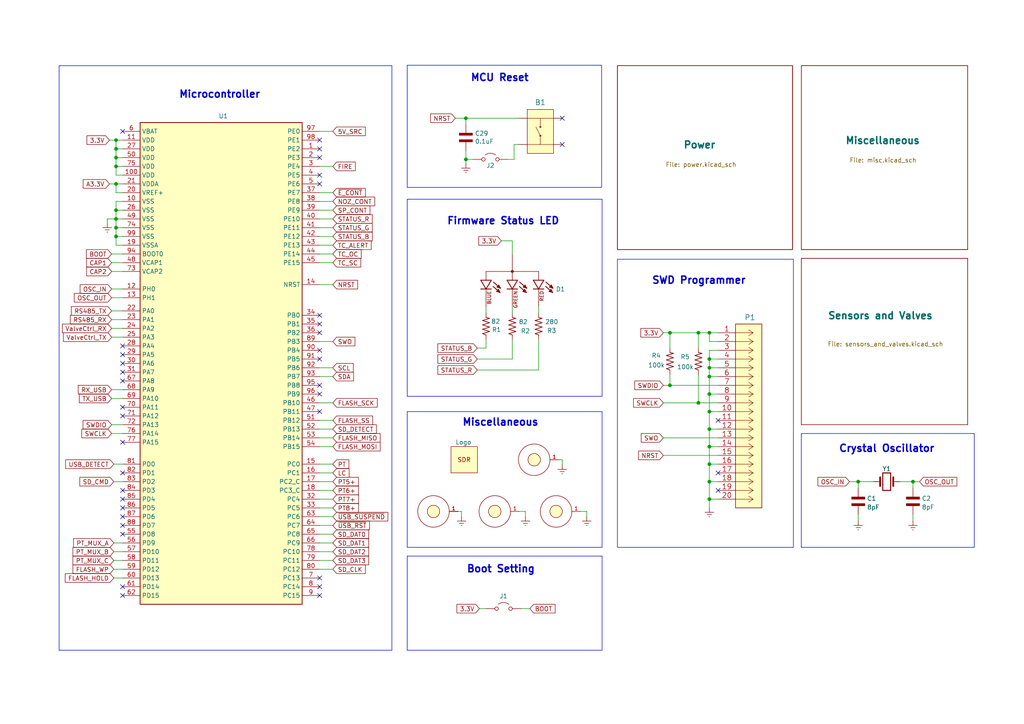
<source format=kicad_sch>
(kicad_sch (version 20230121) (generator eeschema)
  (paper "A4")
  (lib_symbols
    (symbol "CAP_0603_1" (pin_numbers hide) (pin_names (offset 1.016) hide)
      (property "Reference" "C" (at -1.27 3.81 0))
      (property "Value" "CAP_0603_1" (at -3.81 -3.81 0))
      (symbol "CAP_0603_1_0_0"
        (pin passive line (at 3.81 0 180) (length 2.54) (name "~") (number "1"))
        (pin passive line (at -3.81 0 0) (length 2.54) (name "~") (number "2"))
      )
    )
    (symbol "Earth_1" (power) (pin_names (offset 0))
      (symbol "Earth_1_1_1"
        (pin power_in line (at 0 0 270) (length 0) hide (name "Earth") (number "1"))
      )
    )
    (symbol "Earth_2" (power) (pin_names (offset 0))
      (symbol "Earth_2_1_1"
        (pin power_in line (at 0 0 270) (length 0) hide (name "Earth") (number "1"))
      )
    )
    (symbol "Earth_3" (power) (pin_names (offset 0))
      (symbol "Earth_3_1_1"
        (pin power_in line (at 0 0 270) (length 0) hide (name "Earth") (number "1"))
      )
    )
    (symbol "Earth_4" (power) (pin_names (offset 0))
      (symbol "Earth_4_1_1"
        (pin power_in line (at 0 0 270) (length 0) hide (name "Earth") (number "1"))
      )
    )
    (symbol "Engine-Controller:3220-20-0200-00" (pin_names (offset 0.254) hide)
      (property "Reference" "P" (at 8.89 6.35 0))
      (symbol "3220-20-0200-00_1_1"
        (pin passive line (at 0 0 0) (length 5.08) (name "1") (number "1"))
        (pin passive line (at 0 -22.86 0) (length 5.08) (name "10") (number "10"))
        (pin passive line (at 0 -25.4 0) (length 5.08) (name "11") (number "11"))
        (pin passive line (at 0 -27.94 0) (length 5.08) (name "12") (number "12"))
        (pin passive line (at 0 -30.48 0) (length 5.08) (name "13") (number "13"))
        (pin passive line (at 0 -33.02 0) (length 5.08) (name "14") (number "14"))
        (pin passive line (at 0 -35.56 0) (length 5.08) (name "15") (number "15"))
        (pin passive line (at 0 -38.1 0) (length 5.08) (name "16") (number "16"))
        (pin passive line (at 0 -40.64 0) (length 5.08) (name "17") (number "17"))
        (pin passive line (at 0 -43.18 0) (length 5.08) (name "18") (number "18"))
        (pin passive line (at 0 -45.72 0) (length 5.08) (name "19") (number "19"))
        (pin passive line (at 0 -2.54 0) (length 5.08) (name "2") (number "2"))
        (pin passive line (at 0 -48.26 0) (length 5.08) (name "20") (number "20"))
        (pin passive line (at 0 -5.08 0) (length 5.08) (name "3") (number "3"))
        (pin passive line (at 0 -7.62 0) (length 5.08) (name "4") (number "4"))
        (pin passive line (at 0 -10.16 0) (length 5.08) (name "5") (number "5"))
        (pin passive line (at 0 -12.7 0) (length 5.08) (name "6") (number "6"))
        (pin passive line (at 0 -15.24 0) (length 5.08) (name "7") (number "7"))
        (pin passive line (at 0 -17.78 0) (length 5.08) (name "8") (number "8"))
        (pin passive line (at 0 -20.32 0) (length 5.08) (name "9") (number "9"))
      )
    )
    (symbol "Engine-Controller:CAP_0603" (pin_numbers hide) (pin_names (offset 1.016) hide)
      (property "Reference" "C" (at -1.27 3.81 0))
      (property "Value" "Engine-Controller_CAP_0603" (at -3.81 -3.81 0))
      (symbol "CAP_0603_0_0"
        (pin passive line (at 3.81 0 180) (length 2.54) (name "~") (number "1"))
        (pin passive line (at -3.81 0 0) (length 2.54) (name "~") (number "2"))
      )
    )
    (symbol "Engine-Controller:CLMVC-FKA-CL1D1L71BB7C3C3" (pin_numbers hide) (pin_names (offset 1.016) hide)
      (property "Reference" "D" (at 13.97 -1.27 0))
      (symbol "CLMVC-FKA-CL1D1L71BB7C3C3_0_0"
        (text "BLUE" (at 3.048 -6.096 0) (effects (font (size 1.016 1.016)) (justify left bottom)))
        (text "GREEN" (at 3.048 1.524 0) (effects (font (size 1.016 1.016)) (justify left bottom)))
        (text "RED" (at 3.048 9.144 0) (effects (font (size 1.016 1.016)) (justify left bottom)))
        (pin passive line (at -7.62 0 0) (length 5.08) (name "~") (number "1"))
        (pin passive line (at 7.62 -7.62 180) (length 5.08) (name "~") (number "2"))
        (pin passive line (at 7.62 0 180) (length 5.08) (name "~") (number "3"))
        (pin passive line (at 7.62 7.62 180) (length 5.08) (name "~") (number "4"))
      )
    )
    (symbol "Engine-Controller:ECS-240-18-33-JGN-TR" (pin_numbers hide) (pin_names (offset 1.016) hide)
      (property "Reference" "Y" (at 0 3.81 0))
      (symbol "ECS-240-18-33-JGN-TR_1_1"
        (pin passive line (at -3.81 0 0) (length 1.27) (name "1") (number "1"))
        (pin passive line (at 3.81 0 180) (length 1.27) (name "3") (number "3"))
      )
    )
    (symbol "Engine-Controller:Earth" (power) (pin_names (offset 0))
      (symbol "Earth_1_1"
        (pin power_in line (at 0 0 270) (length 0) hide (name "Earth") (number "1"))
      )
    )
    (symbol "Engine-Controller:Jumper_NO" (pin_numbers hide) (pin_names (offset 0) hide)
      (property "Reference" "J" (at 0 2.794 0))
      (symbol "Jumper_NO_1_1"
        (pin passive line (at -5.08 0 0) (length 2.54) (name "A") (number "1"))
        (pin passive line (at 5.08 0 180) (length 2.54) (name "B") (number "2"))
      )
    )
    (symbol "Engine-Controller:Logo" (pin_names (offset 1.016))
      (property "Reference" "LOGO" (at 0 5.08 0))
      (property "Value" "Engine-Controller_Logo" (at 0 -5.08 0))
      (symbol "Logo_0_0"
        (text "SDR" (at 0 0 0) (effects (font (size 1.27 1.27))))
      )
    )
    (symbol "Engine-Controller:PTS647SM38SMTR2LFS" (pin_numbers hide) (pin_names (offset 0.254) hide)
      (property "Reference" "B" (at -1.27 8.89 0))
      (symbol "PTS647SM38SMTR2LFS_1_1"
        (pin passive line (at -6.35 -3.81 0) (length 2.54) (name "1") (number "1"))
        (pin passive line (at 6.35 3.81 180) (length 2.54) (name "2") (number "2"))
        (pin passive line (at -6.35 3.81 0) (length 2.54) (name "3") (number "3"))
        (pin passive line (at 6.35 -3.81 180) (length 2.54) (name "4") (number "4"))
      )
    )
    (symbol "Engine-Controller:RES_0603" (pin_numbers hide) (pin_names (offset 1.016) hide)
      (property "Reference" "R" (at -1.27 1.27 0))
      (property "Value" "RES_0603" (at -3.81 -2.54 0))
      (symbol "RES_0603_0_0"
        (pin passive line (at -3.81 0 0) (length 1.27) (name "~") (number "1"))
        (pin passive line (at 3.81 0 180) (length 1.27) (name "~") (number "2"))
      )
    )
    (symbol "Engine-Controller:STM32H750VBTx"
      (property "Reference" "U" (at -3.81 78.74 0))
      (property "Value" "STM32H750VBTx" (at -8.89 76.2 0))
      (symbol "STM32H750VBTx_1_1"
        (pin bidirectional line (at 27.94 66.04 180) (length 5.08) (name "PE2") (number "1"))
        (pin power_in line (at -29.21 50.8 0) (length 5.08) (name "VSS") (number "10"))
        (pin power_in line (at -29.21 58.42 0) (length 5.08) (name "VDD") (number "100"))
        (pin power_in line (at -29.21 68.58 0) (length 5.08) (name "VDD") (number "11"))
        (pin input line (at -29.21 25.4 0) (length 5.08) (name "PH0") (number "12"))
        (pin input line (at -29.21 22.86 0) (length 5.08) (name "PH1") (number "13"))
        (pin input line (at 27.94 26.67 180) (length 5.08) (name "NRST") (number "14"))
        (pin bidirectional line (at 27.94 -25.4 180) (length 5.08) (name "PC0") (number "15"))
        (pin bidirectional line (at 27.94 -27.94 180) (length 5.08) (name "PC1") (number "16"))
        (pin bidirectional line (at 27.94 -30.48 180) (length 5.08) (name "PC2_C") (number "17"))
        (pin bidirectional line (at 27.94 -33.02 180) (length 5.08) (name "PC3_C") (number "18"))
        (pin power_in line (at -29.21 38.1 0) (length 5.08) (name "VSSA") (number "19"))
        (pin bidirectional line (at 27.94 63.5 180) (length 5.08) (name "PE3") (number "2"))
        (pin power_in line (at -29.21 53.34 0) (length 5.08) (name "VREF+") (number "20"))
        (pin power_in line (at -29.21 55.88 0) (length 5.08) (name "VDDA") (number "21"))
        (pin bidirectional line (at -29.21 19.05 0) (length 5.08) (name "PA0") (number "22"))
        (pin bidirectional line (at -29.21 16.51 0) (length 5.08) (name "PA1") (number "23"))
        (pin bidirectional line (at -29.21 13.97 0) (length 5.08) (name "PA2") (number "24"))
        (pin bidirectional line (at -29.21 11.43 0) (length 5.08) (name "PA3") (number "25"))
        (pin power_in line (at -29.21 48.26 0) (length 5.08) (name "VSS") (number "26"))
        (pin power_in line (at -29.21 66.04 0) (length 5.08) (name "VDD") (number "27"))
        (pin bidirectional line (at -29.21 8.89 0) (length 5.08) (name "PA4") (number "28"))
        (pin bidirectional line (at -29.21 6.35 0) (length 5.08) (name "PA5") (number "29"))
        (pin bidirectional line (at 27.94 60.96 180) (length 5.08) (name "PE4") (number "3"))
        (pin bidirectional line (at -29.21 3.81 0) (length 5.08) (name "PA6") (number "30"))
        (pin bidirectional line (at -29.21 1.27 0) (length 5.08) (name "PA7") (number "31"))
        (pin bidirectional line (at 27.94 -35.56 180) (length 5.08) (name "PC4") (number "32"))
        (pin bidirectional line (at 27.94 -38.1 180) (length 5.08) (name "PC5") (number "33"))
        (pin bidirectional line (at 27.94 17.78 180) (length 5.08) (name "PB0") (number "34"))
        (pin bidirectional line (at 27.94 15.24 180) (length 5.08) (name "PB1") (number "35"))
        (pin bidirectional line (at 27.94 12.7 180) (length 5.08) (name "PB2") (number "36"))
        (pin bidirectional line (at 27.94 53.34 180) (length 5.08) (name "PE7") (number "37"))
        (pin bidirectional line (at 27.94 50.8 180) (length 5.08) (name "PE8") (number "38"))
        (pin bidirectional line (at 27.94 48.26 180) (length 5.08) (name "PE9") (number "39"))
        (pin bidirectional line (at 27.94 58.42 180) (length 5.08) (name "PE5") (number "4"))
        (pin bidirectional line (at 27.94 45.72 180) (length 5.08) (name "PE10") (number "40"))
        (pin bidirectional line (at 27.94 43.18 180) (length 5.08) (name "PE11") (number "41"))
        (pin bidirectional line (at 27.94 40.64 180) (length 5.08) (name "PE12") (number "42"))
        (pin bidirectional line (at 27.94 38.1 180) (length 5.08) (name "PE13") (number "43"))
        (pin bidirectional line (at 27.94 35.56 180) (length 5.08) (name "PE14") (number "44"))
        (pin bidirectional line (at 27.94 33.02 180) (length 5.08) (name "PE15") (number "45"))
        (pin bidirectional line (at 27.94 -7.62 180) (length 5.08) (name "PB10") (number "46"))
        (pin bidirectional line (at 27.94 -10.16 180) (length 5.08) (name "PB11") (number "47"))
        (pin passive line (at -29.21 33.02 0) (length 5.08) (name "VCAP1") (number "48"))
        (pin power_in line (at -29.21 45.72 0) (length 5.08) (name "VSS") (number "49"))
        (pin bidirectional line (at 27.94 55.88 180) (length 5.08) (name "PE6") (number "5"))
        (pin power_in line (at -29.21 63.5 0) (length 5.08) (name "VDD") (number "50"))
        (pin bidirectional line (at 27.94 -12.7 180) (length 5.08) (name "PB12") (number "51"))
        (pin bidirectional line (at 27.94 -15.24 180) (length 5.08) (name "PB13") (number "52"))
        (pin bidirectional line (at 27.94 -17.78 180) (length 5.08) (name "PB14") (number "53"))
        (pin bidirectional line (at 27.94 -20.32 180) (length 5.08) (name "PB15") (number "54"))
        (pin bidirectional line (at -29.21 -45.72 0) (length 5.08) (name "PD8") (number "55"))
        (pin bidirectional line (at -29.21 -48.26 0) (length 5.08) (name "PD9") (number "56"))
        (pin bidirectional line (at -29.21 -50.8 0) (length 5.08) (name "PD10") (number "57"))
        (pin bidirectional line (at -29.21 -53.34 0) (length 5.08) (name "PD11") (number "58"))
        (pin bidirectional line (at -29.21 -55.88 0) (length 5.08) (name "PD12") (number "59"))
        (pin power_in line (at -29.21 71.12 0) (length 5.08) (name "VBAT") (number "6"))
        (pin bidirectional line (at -29.21 -58.42 0) (length 5.08) (name "PD13") (number "60"))
        (pin bidirectional line (at -29.21 -60.96 0) (length 5.08) (name "PD14") (number "61"))
        (pin bidirectional line (at -29.21 -63.5 0) (length 5.08) (name "PD15") (number "62"))
        (pin bidirectional line (at 27.94 -40.64 180) (length 5.08) (name "PC6") (number "63"))
        (pin bidirectional line (at 27.94 -43.18 180) (length 5.08) (name "PC7") (number "64"))
        (pin bidirectional line (at 27.94 -45.72 180) (length 5.08) (name "PC8") (number "65"))
        (pin bidirectional line (at 27.94 -48.26 180) (length 5.08) (name "PC9") (number "66"))
        (pin bidirectional line (at -29.21 -1.27 0) (length 5.08) (name "PA8") (number "67"))
        (pin bidirectional line (at -29.21 -3.81 0) (length 5.08) (name "PA9") (number "68"))
        (pin bidirectional line (at -29.21 -6.35 0) (length 5.08) (name "PA10") (number "69"))
        (pin bidirectional line (at 27.94 -58.42 180) (length 5.08) (name "PC13") (number "7"))
        (pin bidirectional line (at -29.21 -8.89 0) (length 5.08) (name "PA11") (number "70"))
        (pin bidirectional line (at -29.21 -11.43 0) (length 5.08) (name "PA12") (number "71"))
        (pin bidirectional line (at -29.21 -13.97 0) (length 5.08) (name "PA13") (number "72"))
        (pin passive line (at -29.21 30.48 0) (length 5.08) (name "VCAP2") (number "73"))
        (pin power_in line (at -29.21 43.18 0) (length 5.08) (name "VSS") (number "74"))
        (pin power_in line (at -29.21 60.96 0) (length 5.08) (name "VDD") (number "75"))
        (pin bidirectional line (at -29.21 -16.51 0) (length 5.08) (name "PA14") (number "76"))
        (pin bidirectional line (at -29.21 -19.05 0) (length 5.08) (name "PA15") (number "77"))
        (pin bidirectional line (at 27.94 -50.8 180) (length 5.08) (name "PC10") (number "78"))
        (pin bidirectional line (at 27.94 -53.34 180) (length 5.08) (name "PC11") (number "79"))
        (pin bidirectional line (at 27.94 -60.96 180) (length 5.08) (name "PC14") (number "8"))
        (pin bidirectional line (at 27.94 -55.88 180) (length 5.08) (name "PC12") (number "80"))
        (pin bidirectional line (at -29.21 -25.4 0) (length 5.08) (name "PD0") (number "81"))
        (pin bidirectional line (at -29.21 -27.94 0) (length 5.08) (name "PD1") (number "82"))
        (pin bidirectional line (at -29.21 -30.48 0) (length 5.08) (name "PD2") (number "83"))
        (pin bidirectional line (at -29.21 -33.02 0) (length 5.08) (name "PD3") (number "84"))
        (pin bidirectional line (at -29.21 -35.56 0) (length 5.08) (name "PD4") (number "85"))
        (pin bidirectional line (at -29.21 -38.1 0) (length 5.08) (name "PD5") (number "86"))
        (pin bidirectional line (at -29.21 -40.64 0) (length 5.08) (name "PD6") (number "87"))
        (pin bidirectional line (at -29.21 -43.18 0) (length 5.08) (name "PD7") (number "88"))
        (pin bidirectional line (at 27.94 10.16 180) (length 5.08) (name "PB3") (number "89"))
        (pin bidirectional line (at 27.94 -63.5 180) (length 5.08) (name "PC15") (number "9"))
        (pin bidirectional line (at 27.94 7.62 180) (length 5.08) (name "PB4") (number "90"))
        (pin bidirectional line (at 27.94 5.08 180) (length 5.08) (name "PB5") (number "91"))
        (pin bidirectional line (at 27.94 2.54 180) (length 5.08) (name "PB6") (number "92"))
        (pin bidirectional line (at 27.94 0 180) (length 5.08) (name "PB7") (number "93"))
        (pin input line (at -29.21 35.56 0) (length 5.08) (name "BOOT0") (number "94"))
        (pin bidirectional line (at 27.94 -2.54 180) (length 5.08) (name "PB8") (number "95"))
        (pin bidirectional line (at 27.94 -5.08 180) (length 5.08) (name "PB9") (number "96"))
        (pin bidirectional line (at 27.94 71.12 180) (length 5.08) (name "PE0") (number "97"))
        (pin bidirectional line (at 27.94 68.58 180) (length 5.08) (name "PE1") (number "98"))
        (pin power_in line (at -29.21 40.64 0) (length 5.08) (name "VSS") (number "99"))
      )
    )
    (symbol "Full-Flight-Computer:Earth" (power) (pin_names (offset 0))
      (symbol "Earth_1_1"
        (pin power_in line (at 0 0 270) (length 0) hide (name "Earth") (number "1"))
      )
    )
    (symbol "Full-Flight-Computer:Mounting-Hole-4-40" (pin_names (offset 1.016))
      (symbol "Mounting-Hole-4-40_1_1"
        (pin input line (at 7.112 0 180) (length 2.54) (name "") (number "1"))
      )
    )
    (symbol "RES_0603_1" (pin_numbers hide) (pin_names (offset 1.016) hide)
      (property "Reference" "R" (at -1.27 1.27 0))
      (property "Value" "RES_0603_1" (at -3.81 -2.54 0))
      (symbol "RES_0603_1_0_0"
        (pin passive line (at -3.81 0 0) (length 1.27) (name "~") (number "1"))
        (pin passive line (at 3.81 0 180) (length 1.27) (name "~") (number "2"))
      )
    )
  )
  (junction (at 205.74 109.22))
  (junction (at 205.74 119.38))
  (junction (at 202.565 96.52))
  (junction (at 202.565 116.84))
  (junction (at 33.655 48.26))
  (junction (at 194.31 96.52))
  (junction (at 135.128 34.29))
  (junction (at 33.655 63.5))
  (junction (at 264.795 139.7))
  (junction (at 205.74 139.7))
  (junction (at 33.655 43.18))
  (junction (at 33.655 68.58))
  (junction (at 33.655 66.04))
  (junction (at 205.74 124.46))
  (junction (at 33.655 45.72))
  (junction (at 205.74 104.14))
  (junction (at 205.74 144.78))
  (junction (at 33.655 40.64))
  (junction (at 194.31 111.76))
  (junction (at 205.74 114.3))
  (junction (at 205.74 106.68))
  (junction (at 205.74 129.54))
  (junction (at 33.655 60.96))
  (junction (at 205.74 96.52))
  (junction (at 248.92 139.7))
  (junction (at 135.128 46.228))
  (junction (at 33.655 53.34))
  (junction (at 205.74 134.62))
  (no_connect (at 35.56 128.27))
  (no_connect (at 92.71 93.98))
  (no_connect (at 35.56 38.1))
  (no_connect (at 92.71 104.14))
  (no_connect (at 92.71 40.64))
  (no_connect (at 35.56 100.33))
  (no_connect (at 92.71 172.72))
  (no_connect (at 35.56 152.4))
  (no_connect (at 92.71 96.52))
  (no_connect (at 92.71 111.76))
  (no_connect (at 35.56 172.72))
  (no_connect (at 35.56 149.86))
  (no_connect (at 35.56 120.65))
  (no_connect (at 92.71 119.38))
  (no_connect (at 35.56 110.49))
  (no_connect (at 35.56 137.16))
  (no_connect (at 92.71 50.8))
  (no_connect (at 35.56 147.32))
  (no_connect (at 208.28 137.16))
  (no_connect (at 35.56 107.95))
  (no_connect (at 92.71 43.18))
  (no_connect (at 35.56 118.11))
  (no_connect (at 92.71 170.18))
  (no_connect (at 35.56 105.41))
  (no_connect (at 92.71 167.64))
  (no_connect (at 208.28 142.24))
  (no_connect (at 92.71 101.6))
  (no_connect (at 92.71 45.72))
  (no_connect (at 92.71 53.34))
  (no_connect (at 35.56 154.94))
  (no_connect (at 92.71 114.3))
  (no_connect (at 163.068 34.29))
  (no_connect (at 35.56 102.87))
  (no_connect (at 35.56 170.18))
  (no_connect (at 208.28 121.92))
  (no_connect (at 35.56 144.78))
  (no_connect (at 35.56 142.24))
  (no_connect (at 92.71 91.44))
  (no_connect (at 163.068 41.91))
  (wire (pts (xy 92.71 165.1) (xy 96.52 165.1)))
  (wire (pts (xy 92.71 137.16) (xy 96.52 137.16)))
  (wire (pts (xy 208.28 101.6) (xy 205.74 101.6)))
  (wire (pts (xy 253.365 139.7) (xy 248.92 139.7)))
  (wire (pts (xy 205.74 119.38) (xy 208.28 119.38)))
  (wire (pts (xy 140.97 100.965) (xy 140.97 98.425)))
  (wire (pts (xy 151.13 176.53) (xy 153.67 176.53)))
  (wire (pts (xy 205.74 99.06) (xy 205.74 96.52)))
  (wire (pts (xy 194.31 111.76) (xy 208.28 111.76)))
  (polyline (pts (xy 118.11 161.29) (xy 118.11 188.595)))
  (wire (pts (xy 33.655 48.26) (xy 33.655 50.8)))
  (wire (pts (xy 205.74 109.22) (xy 205.74 106.68)))
  (wire (pts (xy 205.74 147.32) (xy 205.74 144.78)))
  (wire (pts (xy 92.71 149.86) (xy 96.52 149.86)))
  (wire (pts (xy 248.92 139.7) (xy 248.92 141.605)))
  (wire (pts (xy 32.385 86.36) (xy 35.56 86.36)))
  (polyline (pts (xy 174.625 188.595) (xy 118.11 188.595)))
  (wire (pts (xy 92.71 162.56) (xy 96.52 162.56)))
  (wire (pts (xy 92.71 121.92) (xy 96.52 121.92)))
  (wire (pts (xy 33.655 60.96) (xy 33.655 63.5)))
  (wire (pts (xy 149.098 41.91) (xy 149.098 46.228)))
  (wire (pts (xy 92.71 76.2) (xy 96.52 76.2)))
  (wire (pts (xy 92.71 127) (xy 96.52 127)))
  (wire (pts (xy 92.71 157.48) (xy 96.52 157.48)))
  (polyline (pts (xy 118.11 158.75) (xy 118.11 119.38)))
  (wire (pts (xy 33.655 63.5) (xy 33.655 66.04)))
  (wire (pts (xy 205.74 134.62) (xy 205.74 129.54)))
  (polyline (pts (xy 17.145 19.05) (xy 17.145 188.595)))
  (wire (pts (xy 33.655 71.12) (xy 35.56 71.12)))
  (wire (pts (xy 205.74 114.3) (xy 205.74 109.22)))
  (wire (pts (xy 208.28 132.08) (xy 192.405 132.08)))
  (wire (pts (xy 32.385 113.03) (xy 35.56 113.03)))
  (wire (pts (xy 33.655 53.34) (xy 35.56 53.34)))
  (wire (pts (xy 194.31 96.52) (xy 202.565 96.52)))
  (wire (pts (xy 194.31 111.76) (xy 192.405 111.76)))
  (wire (pts (xy 92.71 60.96) (xy 96.52 60.96)))
  (wire (pts (xy 92.71 99.06) (xy 96.52 99.06)))
  (wire (pts (xy 202.565 116.84) (xy 192.405 116.84)))
  (wire (pts (xy 135.128 34.29) (xy 150.368 34.29)))
  (wire (pts (xy 33.655 45.72) (xy 33.655 48.26)))
  (wire (pts (xy 33.655 43.18) (xy 35.56 43.18)))
  (wire (pts (xy 32.385 115.57) (xy 35.56 115.57)))
  (wire (pts (xy 33.655 66.04) (xy 35.56 66.04)))
  (wire (pts (xy 149.098 46.228) (xy 147.32 46.228)))
  (wire (pts (xy 92.71 152.4) (xy 96.52 152.4)))
  (wire (pts (xy 33.655 48.26) (xy 35.56 48.26)))
  (wire (pts (xy 138.43 100.965) (xy 140.97 100.965)))
  (wire (pts (xy 32.385 73.66) (xy 35.56 73.66)))
  (wire (pts (xy 163.068 133.35) (xy 163.068 134.874)))
  (wire (pts (xy 33.02 165.1) (xy 35.56 165.1)))
  (polyline (pts (xy 118.11 57.785) (xy 118.745 57.785)))
  (wire (pts (xy 92.71 82.55) (xy 96.52 82.55)))
  (wire (pts (xy 33.02 167.64) (xy 35.56 167.64)))
  (wire (pts (xy 33.655 63.5) (xy 35.56 63.5)))
  (wire (pts (xy 92.71 139.7) (xy 96.52 139.7)))
  (wire (pts (xy 205.74 124.46) (xy 205.74 119.38)))
  (wire (pts (xy 148.59 69.85) (xy 148.59 73.66)))
  (wire (pts (xy 92.71 142.24) (xy 96.52 142.24)))
  (wire (pts (xy 194.31 108.585) (xy 194.31 111.76)))
  (wire (pts (xy 135.128 43.688) (xy 135.128 46.228)))
  (wire (pts (xy 205.74 96.52) (xy 208.28 96.52)))
  (wire (pts (xy 92.71 71.12) (xy 96.52 71.12)))
  (wire (pts (xy 132.842 148.336) (xy 133.858 148.336)))
  (wire (pts (xy 32.385 125.73) (xy 35.56 125.73)))
  (wire (pts (xy 92.71 154.94) (xy 96.52 154.94)))
  (wire (pts (xy 92.71 144.78) (xy 96.52 144.78)))
  (wire (pts (xy 33.655 53.34) (xy 33.655 55.88)))
  (wire (pts (xy 140.97 90.805) (xy 140.97 88.9)))
  (wire (pts (xy 264.795 139.7) (xy 264.795 141.605)))
  (wire (pts (xy 202.565 108.585) (xy 202.565 116.84)))
  (wire (pts (xy 33.655 68.58) (xy 33.655 71.12)))
  (wire (pts (xy 32.385 97.79) (xy 35.56 97.79)))
  (wire (pts (xy 152.4 148.336) (xy 152.4 149.86)))
  (wire (pts (xy 132.08 34.29) (xy 135.128 34.29)))
  (wire (pts (xy 33.655 55.88) (xy 35.56 55.88)))
  (wire (pts (xy 264.795 149.225) (xy 264.795 151.13)))
  (wire (pts (xy 205.74 109.22) (xy 208.28 109.22)))
  (wire (pts (xy 92.71 124.46) (xy 96.52 124.46)))
  (wire (pts (xy 192.405 96.52) (xy 194.31 96.52)))
  (wire (pts (xy 140.97 176.53) (xy 139.065 176.53)))
  (polyline (pts (xy 17.145 19.05) (xy 113.665 19.05)))
  (wire (pts (xy 33.655 60.96) (xy 35.56 60.96)))
  (wire (pts (xy 135.128 46.228) (xy 137.16 46.228)))
  (wire (pts (xy 202.565 96.52) (xy 202.565 100.965)))
  (wire (pts (xy 33.655 40.64) (xy 33.655 43.18)))
  (wire (pts (xy 32.385 83.82) (xy 35.56 83.82)))
  (wire (pts (xy 135.128 46.228) (xy 135.128 47.498)))
  (wire (pts (xy 205.74 106.68) (xy 208.28 106.68)))
  (wire (pts (xy 150.368 41.91) (xy 149.098 41.91)))
  (wire (pts (xy 33.655 43.18) (xy 33.655 45.72)))
  (wire (pts (xy 170.18 148.336) (xy 170.18 149.86)))
  (polyline (pts (xy 118.11 161.29) (xy 174.625 161.29)))
  (wire (pts (xy 260.985 139.7) (xy 264.795 139.7)))
  (wire (pts (xy 92.71 38.1) (xy 96.52 38.1)))
  (polyline (pts (xy 118.11 57.785) (xy 174.625 57.785)))
  (wire (pts (xy 205.74 101.6) (xy 205.74 104.14)))
  (wire (pts (xy 33.02 134.62) (xy 35.56 134.62)))
  (wire (pts (xy 32.385 92.71) (xy 35.56 92.71)))
  (wire (pts (xy 92.71 160.02) (xy 96.52 160.02)))
  (wire (pts (xy 208.28 104.14) (xy 205.74 104.14)))
  (wire (pts (xy 92.71 134.62) (xy 96.52 134.62)))
  (wire (pts (xy 138.43 104.14) (xy 148.59 104.14)))
  (wire (pts (xy 205.74 134.62) (xy 208.28 134.62)))
  (wire (pts (xy 92.71 109.22) (xy 96.52 109.22)))
  (wire (pts (xy 92.71 147.32) (xy 96.52 147.32)))
  (wire (pts (xy 31.115 63.5) (xy 31.115 64.77)))
  (wire (pts (xy 162.052 133.35) (xy 163.068 133.35)))
  (polyline (pts (xy 282.575 125.73) (xy 282.575 158.75)))
  (wire (pts (xy 33.655 58.42) (xy 33.655 60.96)))
  (polyline (pts (xy 113.665 19.05) (xy 113.665 188.595)))
  (wire (pts (xy 92.71 63.5) (xy 96.52 63.5)))
  (wire (pts (xy 205.74 104.14) (xy 205.74 106.68)))
  (wire (pts (xy 32.385 123.19) (xy 35.56 123.19)))
  (wire (pts (xy 35.56 58.42) (xy 33.655 58.42)))
  (wire (pts (xy 33.655 50.8) (xy 35.56 50.8)))
  (wire (pts (xy 92.71 55.88) (xy 96.52 55.88)))
  (wire (pts (xy 92.71 66.04) (xy 96.52 66.04)))
  (wire (pts (xy 92.71 73.66) (xy 96.52 73.66)))
  (wire (pts (xy 208.28 116.84) (xy 202.565 116.84)))
  (wire (pts (xy 264.795 139.7) (xy 266.7 139.7)))
  (polyline (pts (xy 232.41 125.73) (xy 232.41 158.75)))
  (wire (pts (xy 33.655 68.58) (xy 35.56 68.58)))
  (wire (pts (xy 32.385 76.2) (xy 35.56 76.2)))
  (wire (pts (xy 92.71 68.58) (xy 96.52 68.58)))
  (polyline (pts (xy 174.625 57.785) (xy 174.625 114.935)))
  (wire (pts (xy 92.71 58.42) (xy 96.52 58.42)))
  (wire (pts (xy 205.74 139.7) (xy 205.74 134.62)))
  (wire (pts (xy 208.28 99.06) (xy 205.74 99.06)))
  (wire (pts (xy 248.92 149.225) (xy 248.92 151.13)))
  (polyline (pts (xy 174.625 158.75) (xy 118.11 158.75)))
  (wire (pts (xy 33.02 162.56) (xy 35.56 162.56)))
  (wire (pts (xy 92.71 116.84) (xy 96.52 116.84)))
  (wire (pts (xy 31.75 53.34) (xy 33.655 53.34)))
  (wire (pts (xy 205.74 129.54) (xy 208.28 129.54)))
  (wire (pts (xy 33.655 40.64) (xy 35.56 40.64)))
  (polyline (pts (xy 113.665 188.595) (xy 17.145 188.595)))
  (wire (pts (xy 246.38 139.7) (xy 248.92 139.7)))
  (polyline (pts (xy 282.575 158.75) (xy 232.41 158.75)))
  (wire (pts (xy 133.858 148.336) (xy 133.858 149.86)))
  (wire (pts (xy 208.28 127) (xy 192.405 127)))
  (wire (pts (xy 138.43 107.315) (xy 156.21 107.315)))
  (wire (pts (xy 205.74 114.3) (xy 208.28 114.3)))
  (polyline (pts (xy 118.11 114.935) (xy 118.11 57.785)))
  (wire (pts (xy 145.415 69.85) (xy 148.59 69.85)))
  (wire (pts (xy 148.59 90.805) (xy 148.59 88.9)))
  (wire (pts (xy 33.655 66.04) (xy 33.655 68.58)))
  (wire (pts (xy 33.02 157.48) (xy 35.56 157.48)))
  (wire (pts (xy 205.74 144.78) (xy 205.74 139.7)))
  (wire (pts (xy 205.74 119.38) (xy 205.74 114.3)))
  (wire (pts (xy 156.21 107.315) (xy 156.21 98.425)))
  (wire (pts (xy 33.02 160.02) (xy 35.56 160.02)))
  (wire (pts (xy 148.59 104.14) (xy 148.59 98.425)))
  (wire (pts (xy 194.31 96.52) (xy 194.31 100.965)))
  (wire (pts (xy 33.655 45.72) (xy 35.56 45.72)))
  (wire (pts (xy 33.02 139.7) (xy 35.56 139.7)))
  (wire (pts (xy 92.71 129.54) (xy 96.52 129.54)))
  (wire (pts (xy 31.75 40.64) (xy 33.655 40.64)))
  (polyline (pts (xy 118.11 119.38) (xy 174.625 119.38)))
  (wire (pts (xy 32.385 95.25) (xy 35.56 95.25)))
  (polyline (pts (xy 174.625 119.38) (xy 174.625 158.75)))
  (wire (pts (xy 32.385 90.17) (xy 35.56 90.17)))
  (wire (pts (xy 205.74 139.7) (xy 208.28 139.7)))
  (wire (pts (xy 156.21 90.805) (xy 156.21 88.9)))
  (wire (pts (xy 205.74 129.54) (xy 205.74 124.46)))
  (wire (pts (xy 168.402 148.336) (xy 170.18 148.336)))
  (wire (pts (xy 205.74 124.46) (xy 208.28 124.46)))
  (wire (pts (xy 33.655 63.5) (xy 31.115 63.5)))
  (polyline (pts (xy 174.625 114.935) (xy 118.11 114.935)))
  (wire (pts (xy 92.71 48.26) (xy 96.52 48.26)))
  (wire (pts (xy 32.385 78.74) (xy 35.56 78.74)))
  (polyline (pts (xy 174.625 161.29) (xy 174.625 188.595)))
  (wire (pts (xy 205.74 144.78) (xy 208.28 144.78)))
  (wire (pts (xy 150.622 148.336) (xy 152.4 148.336)))
  (polyline (pts (xy 232.41 125.73) (xy 282.575 125.73)))
  (wire (pts (xy 92.71 106.68) (xy 96.52 106.68)))
  (wire (pts (xy 202.565 96.52) (xy 205.74 96.52)))
  (wire (pts (xy 135.128 36.068) (xy 135.128 34.29)))
  (rectangle (start 179.07 75.184) (end 230.124 158.75))
  (rectangle (start 118.11 18.923) (end 174.498 54.356))
  (text "SWD Programmer\n" (at 188.976 82.677 0) (effects (font (size 2.08 2.08) (thickness 0.416) bold) (justify left bottom)))
  (text "Boot Setting" (at 135.255 166.37 0) (effects (font (size 2.08 2.08) bold) (justify left bottom)))
  (text "Firmware Status LED" (at 129.54 65.405 0) (effects (font (size 2.06 2.06) (thickness 0.412) bold) (justify left bottom)))
  (text "MCU Reset" (at 136.398 23.876 0) (effects (font (size 2.06 2.06) bold) (justify left bottom)))
  (text "Microcontroller" (at 51.816 28.702 0) (effects (font (size 2.06 2.06) (thickness 0.412) bold) (justify left bottom)))
  (text "Miscellaneous" (at 133.985 123.825 0) (effects (font (size 2.08 2.08) (thickness 0.416) bold) (justify left bottom)))
  (text "Crystal Oscillator" (at 243.205 131.445 0) (effects (font (size 2.08 2.08) (thickness 0.416) bold) (justify left bottom)))
  (global_label "ValveCtrl_RX" (shape input) (at 32.385 95.25 180) (property "Intersheetrefs" "${INTERSHEET_REFS}" (effects hide)))
  (global_label "BOOT" (shape input) (at 153.67 176.53 0) (property "Intersheetrefs" "${INTERSHEET_REFS}" (effects hide)))
  (global_label "SD_DAT2" (shape input) (at 96.52 160.02 0) (property "Intersheetrefs" "${INTERSHEET_REFS}" (effects hide)))
  (global_label "TX_USB" (shape input) (at 32.385 115.57 180) (property "Intersheetrefs" "${INTERSHEET_REFS}" (effects hide)))
  (global_label "TC_OC" (shape input) (at 96.52 73.66 0) (property "Intersheetrefs" "${INTERSHEET_REFS}" (effects hide)))
  (global_label "BOOT" (shape input) (at 32.385 73.66 180) (property "Intersheetrefs" "${INTERSHEET_REFS}" (effects hide)))
  (global_label "RS485_TX" (shape input) (at 32.385 90.17 180) (property "Intersheetrefs" "${INTERSHEET_REFS}" (effects hide)))
  (global_label "SP_CONT" (shape input) (at 96.52 60.96 0) (property "Intersheetrefs" "${INTERSHEET_REFS}" (effects hide)))
  (global_label "STATUS_G" (shape input) (at 138.43 104.14 180) (property "Intersheetrefs" "${INTERSHEET_REFS}" (effects hide)))
  (global_label "SD_CMD" (shape input) (at 33.02 139.7 180) (property "Intersheetrefs" "${INTERSHEET_REFS}" (effects hide)))
  (global_label "OSC_OUT" (shape input) (at 32.385 86.36 180) (property "Intersheetrefs" "${INTERSHEET_REFS}" (effects hide)))
  (global_label "SD_CLK" (shape input) (at 96.52 165.1 0) (property "Intersheetrefs" "${INTERSHEET_REFS}" (effects hide)))
  (global_label "FLASH_SCK" (shape input) (at 96.52 116.84 0) (property "Intersheetrefs" "${INTERSHEET_REFS}" (effects hide)))
  (global_label "NOZ_CONT" (shape input) (at 96.52 58.42 0) (property "Intersheetrefs" "${INTERSHEET_REFS}" (effects hide)))
  (global_label "SCL" (shape input) (at 96.52 106.68 0) (property "Intersheetrefs" "${INTERSHEET_REFS}" (effects hide)))
  (global_label "~{USB_RST}" (shape input) (at 96.52 152.4 0) (property "Intersheetrefs" "${INTERSHEET_REFS}" (effects hide)))
  (global_label "5V_SRC" (shape input) (at 96.52 38.1 0) (property "Intersheetrefs" "${INTERSHEET_REFS}" (effects hide)))
  (global_label "FLASH_MOSI" (shape input) (at 96.52 129.54 0) (property "Intersheetrefs" "${INTERSHEET_REFS}" (effects hide)))
  (global_label "3.3V" (shape input) (at 192.405 96.52 180) (property "Intersheetrefs" "${INTERSHEET_REFS}" (effects hide)))
  (global_label "STATUS_B" (shape input) (at 138.43 100.965 180) (property "Intersheetrefs" "${INTERSHEET_REFS}" (effects hide)))
  (global_label "ValveCtrl_TX" (shape input) (at 32.385 97.79 180) (property "Intersheetrefs" "${INTERSHEET_REFS}" (effects hide)))
  (global_label "SWCLK" (shape input) (at 192.405 116.84 180) (property "Intersheetrefs" "${INTERSHEET_REFS}" (effects hide)))
  (global_label "PT" (shape input) (at 96.52 134.62 0) (property "Intersheetrefs" "${INTERSHEET_REFS}" (effects hide)))
  (global_label "3.3V" (shape input) (at 145.415 69.85 180) (property "Intersheetrefs" "${INTERSHEET_REFS}" (effects hide)))
  (global_label "NRST" (shape input) (at 96.52 82.55 0) (property "Intersheetrefs" "${INTERSHEET_REFS}" (effects hide)))
  (global_label "FLASH_WP" (shape input) (at 33.02 165.1 180) (property "Intersheetrefs" "${INTERSHEET_REFS}" (effects hide)))
  (global_label "NRST" (shape input) (at 132.08 34.29 180) (property "Intersheetrefs" "${INTERSHEET_REFS}" (effects hide)))
  (global_label "FIRE" (shape input) (at 96.52 48.26 0) (property "Intersheetrefs" "${INTERSHEET_REFS}" (effects hide)))
  (global_label "RX_USB" (shape input) (at 32.385 113.03 180) (property "Intersheetrefs" "${INTERSHEET_REFS}" (effects hide)))
  (global_label "TC_SC" (shape input) (at 96.52 76.2 0) (property "Intersheetrefs" "${INTERSHEET_REFS}" (effects hide)))
  (global_label "TC_ALERT" (shape input) (at 96.52 71.12 0) (property "Intersheetrefs" "${INTERSHEET_REFS}" (effects hide)))
  (global_label "LC" (shape input) (at 96.52 137.16 0) (property "Intersheetrefs" "${INTERSHEET_REFS}" (effects hide)))
  (global_label "PT_MUX_C" (shape input) (at 33.02 162.56 180) (property "Intersheetrefs" "${INTERSHEET_REFS}" (effects hide)))
  (global_label "STATUS_R" (shape input) (at 96.52 63.5 0) (property "Intersheetrefs" "${INTERSHEET_REFS}" (effects hide)))
  (global_label "OSC_IN" (shape input) (at 246.38 139.7 180) (property "Intersheetrefs" "${INTERSHEET_REFS}" (effects hide)))
  (global_label "SDA" (shape input) (at 96.52 109.22 0) (property "Intersheetrefs" "${INTERSHEET_REFS}" (effects hide)))
  (global_label "SD_DAT3" (shape input) (at 96.52 162.56 0) (property "Intersheetrefs" "${INTERSHEET_REFS}" (effects hide)))
  (global_label "STATUS_B" (shape input) (at 96.52 68.58 0) (property "Intersheetrefs" "${INTERSHEET_REFS}" (effects hide)))
  (global_label "PT_MUX_A" (shape input) (at 33.02 157.48 180) (property "Intersheetrefs" "${INTERSHEET_REFS}" (effects hide)))
  (global_label "SWDIO" (shape input) (at 192.405 111.76 180) (property "Intersheetrefs" "${INTERSHEET_REFS}" (effects hide)))
  (global_label "SD_DAT1" (shape input) (at 96.52 157.48 0) (property "Intersheetrefs" "${INTERSHEET_REFS}" (effects hide)))
  (global_label "CAP1" (shape input) (at 32.385 76.2 180) (property "Intersheetrefs" "${INTERSHEET_REFS}" (effects hide)))
  (global_label "~{E_CONT}" (shape input) (at 96.52 55.88 0) (property "Intersheetrefs" "${INTERSHEET_REFS}" (effects hide)))
  (global_label "PT7+" (shape input) (at 96.52 144.78 0) (property "Intersheetrefs" "${INTERSHEET_REFS}" (effects hide)))
  (global_label "FLASH_MISO" (shape input) (at 96.52 127 0) (property "Intersheetrefs" "${INTERSHEET_REFS}" (effects hide)))
  (global_label "PT8+" (shape input) (at 96.52 147.32 0) (property "Intersheetrefs" "${INTERSHEET_REFS}" (effects hide)))
  (global_label "PT5+" (shape input) (at 96.52 139.7 0) (property "Intersheetrefs" "${INTERSHEET_REFS}" (effects hide)))
  (global_label "~{USB_SUSPEND}" (shape input) (at 96.52 149.86 0) (property "Intersheetrefs" "${INTERSHEET_REFS}" (effects hide)))
  (global_label "OSC_OUT" (shape input) (at 266.7 139.7 0) (property "Intersheetrefs" "${INTERSHEET_REFS}" (effects hide)))
  (global_label "CAP2" (shape input) (at 32.385 78.74 180) (property "Intersheetrefs" "${INTERSHEET_REFS}" (effects hide)))
  (global_label "SWO" (shape input) (at 96.52 99.06 0) (property "Intersheetrefs" "${INTERSHEET_REFS}" (effects hide)))
  (global_label "SWDIO" (shape input) (at 32.385 123.19 180) (property "Intersheetrefs" "${INTERSHEET_REFS}" (effects hide)))
  (global_label "SWCLK" (shape input) (at 32.385 125.73 180) (property "Intersheetrefs" "${INTERSHEET_REFS}" (effects hide)))
  (global_label "STATUS_G" (shape input) (at 96.52 66.04 0) (property "Intersheetrefs" "${INTERSHEET_REFS}" (effects hide)))
  (global_label "SD_DETECT" (shape input) (at 96.52 124.46 0) (property "Intersheetrefs" "${INTERSHEET_REFS}" (effects hide)))
  (global_label "FLASH_HOLD" (shape input) (at 33.02 167.64 180) (property "Intersheetrefs" "${INTERSHEET_REFS}" (effects hide)))
  (global_label "RS485_RX" (shape input) (at 32.385 92.71 180) (property "Intersheetrefs" "${INTERSHEET_REFS}" (effects hide)))
  (global_label "A3.3V" (shape input) (at 31.75 53.34 180) (property "Intersheetrefs" "${INTERSHEET_REFS}" (effects hide)))
  (global_label "STATUS_R" (shape input) (at 138.43 107.315 180) (property "Intersheetrefs" "${INTERSHEET_REFS}" (effects hide)))
  (global_label "USB_DETECT" (shape input) (at 33.02 134.62 180) (property "Intersheetrefs" "${INTERSHEET_REFS}" (effects hide)))
  (global_label "NRST" (shape input) (at 192.405 132.08 180) (property "Intersheetrefs" "${INTERSHEET_REFS}" (effects hide)))
  (global_label "PT6+" (shape input) (at 96.52 142.24 0) (property "Intersheetrefs" "${INTERSHEET_REFS}" (effects hide)))
  (global_label "3.3V" (shape input) (at 139.065 176.53 180) (property "Intersheetrefs" "${INTERSHEET_REFS}" (effects hide)))
  (global_label "OSC_IN" (shape input) (at 32.385 83.82 180) (property "Intersheetrefs" "${INTERSHEET_REFS}" (effects hide)))
  (global_label "SD_DAT0" (shape input) (at 96.52 154.94 0) (property "Intersheetrefs" "${INTERSHEET_REFS}" (effects hide)))
  (global_label "FLASH_SS" (shape input) (at 96.52 121.92 0) (property "Intersheetrefs" "${INTERSHEET_REFS}" (effects hide)))
  (global_label "SWO" (shape input) (at 192.405 127 180) (property "Intersheetrefs" "${INTERSHEET_REFS}" (effects hide)))
  (global_label "PT_MUX_B" (shape input) (at 33.02 160.02 180) (property "Intersheetrefs" "${INTERSHEET_REFS}" (effects hide)))
  (global_label "3.3V" (shape input) (at 31.75 40.64 180) (property "Intersheetrefs" "${INTERSHEET_REFS}" (effects hide)))
  (symbol (lib_id "Full-Flight-Computer:Mounting-Hole-4-40") (at 143.51 148.336 0) (unit 1)
    (property "Reference" "H8" (effects hide))
    (property "Value" "Mounting-Hole" (effects hide))
    (property "Footprint" "Full-Flight-Computer:MountingHole_4-40" (effects hide))
  )
  (symbol (lib_name "CAP_0603_1") (lib_id "Engine-Controller:CAP_0603") (at 248.92 145.415 90) (unit 1)
    (property "Reference" "C1" (at 251.46 144.5803 90) (effects (justify right)))
    (property "Value" "8pF" (at 251.46 147.1172 90) (effects (justify right)))
    (property "Footprint" "Engine-Controller:CAP_0603" (effects hide))
  )
  (symbol (lib_id "Full-Flight-Computer:Earth") (at 163.068 134.874 0) (unit 1)
    (property "Reference" "#PWR042" (effects hide))
    (property "Value" "Earth" (effects hide))
  )
  (symbol (lib_id "Engine-Controller:ECS-240-18-33-JGN-TR") (at 257.175 139.7 0) (unit 1)
    (property "Reference" "Y1" (at 257.175 135.9718 0))
    (property "Value" "ECS-240-18-33-JGN-TR" (effects hide))
    (property "Footprint" "Engine-Controller:ECS-240-18-33-JGN-TR" (effects hide))
  )
  (symbol (lib_id "Full-Flight-Computer:Mounting-Hole-4-40") (at 125.73 148.336 0) (unit 1)
    (property "Reference" "H5" (effects hide))
    (property "Value" "Mounting-Hole-4-40" (effects hide))
    (property "Footprint" "Full-Flight-Computer:MountingHole_4-40" (effects hide))
  )
  (symbol (lib_id "Full-Flight-Computer:Earth") (at 170.18 149.86 0) (unit 1)
    (property "Reference" "#PWR043" (effects hide))
    (property "Value" "Earth" (effects hide))
  )
  (symbol (lib_id "Engine-Controller:CLMVC-FKA-CL1D1L71BB7C3C3") (at 148.59 81.28 270) (unit 1)
    (property "Reference" "D1" (at 162.56 83.8617 90))
    (property "Value" "CLMVC-FKA-CL1D1L71BB7C3C3" (effects hide))
    (property "Footprint" "Engine-Controller:CLMVC-FKA-CL1D1L71BB7C3C3" (effects hide))
  )
  (symbol (lib_name "RES_0603_1") (lib_id "Engine-Controller:RES_0603") (at 140.97 94.615 90) (unit 1)
    (property "Reference" "R1" (at 144.018 95.631 90))
    (property "Value" "82" (at 143.764 93.218 90))
    (property "Footprint" "Engine-Controller:RES_0603" (effects hide))
  )
  (symbol (lib_name "Earth_4") (lib_id "Engine-Controller:Earth") (at 264.795 151.13 0) (unit 1)
    (property "Reference" "#PWR04" (effects hide))
    (property "Value" "Earth" (effects hide))
  )
  (symbol (lib_name "CAP_0603_1") (lib_id "Engine-Controller:CAP_0603") (at 264.795 145.415 90) (unit 1)
    (property "Reference" "C2" (at 267.335 144.5803 90) (effects (justify right)))
    (property "Value" "8pF" (at 267.335 147.1172 90) (effects (justify right)))
    (property "Footprint" "Engine-Controller:CAP_0603" (effects hide))
  )
  (symbol (lib_name "Earth_2") (lib_id "Engine-Controller:Earth") (at 248.92 151.13 0) (unit 1)
    (property "Reference" "#PWR03" (effects hide))
    (property "Value" "Earth" (effects hide))
  )
  (symbol (lib_id "Engine-Controller:RES_0603") (at 202.565 104.775 90) (unit 1)
    (property "Reference" "R5" (at 197.358 103.505 90) (effects (justify right)))
    (property "Value" "100k" (at 196.342 106.426 90) (effects (justify right)))
    (property "Footprint" "Engine-Controller:RES_0603" (effects hide))
  )
  (symbol (lib_id "Full-Flight-Computer:Mounting-Hole-4-40") (at 161.29 148.336 0) (unit 1)
    (property "Reference" "H7" (effects hide))
    (property "Value" "Mounting-Hole" (effects hide))
    (property "Footprint" "Full-Flight-Computer:MountingHole_4-40" (effects hide))
  )
  (symbol (lib_name "RES_0603_1") (lib_id "Engine-Controller:RES_0603") (at 156.21 94.615 90) (unit 1)
    (property "Reference" "R3" (at 160.02 95.885 90))
    (property "Value" "280" (at 160.02 93.345 90))
    (property "Footprint" "Engine-Controller:RES_0603" (effects hide))
  )
  (symbol (lib_id "Engine-Controller:Logo") (at 134.62 133.35 0) (unit 1)
    (property "Reference" "LOGO1" (effects hide))
    (property "Value" "Logo" (at 132.08 128.27 0) (effects (justify left)))
    (property "Footprint" "Engine-Controller:Logo" (effects hide))
  )
  (symbol (lib_id "Engine-Controller:RES_0603") (at 194.31 104.775 90) (unit 1)
    (property "Reference" "R4" (at 188.976 103.124 90) (effects (justify right)))
    (property "Value" "100k" (at 187.96 105.918 90) (effects (justify right)))
    (property "Footprint" "Engine-Controller:RES_0603" (effects hide))
  )
  (symbol (lib_id "Engine-Controller:CAP_0603") (at 135.128 39.878 270) (unit 1)
    (property "Reference" "C29" (at 137.7442 38.7096 90) (effects (justify left)))
    (property "Value" "0.1uF" (at 137.7442 41.021 90) (effects (justify left)))
    (property "Footprint" "Engine-Controller:CAP_0603" (effects hide))
  )
  (symbol (lib_name "RES_0603_1") (lib_id "Engine-Controller:RES_0603") (at 148.59 94.615 90) (unit 1)
    (property "Reference" "R2" (at 152.4 96.012 90))
    (property "Value" "82" (at 151.765 93.345 90))
    (property "Footprint" "Engine-Controller:RES_0603" (effects hide))
  )
  (symbol (lib_id "Engine-Controller:3220-20-0200-00") (at 208.28 96.52 0) (unit 1)
    (property "Reference" "P1" (at 215.9 92.075 0) (effects (font (size 1.524 1.524)) (justify left)))
    (property "Value" "3220-20-0200-00" (effects hide))
    (property "Footprint" "Engine-Controller:3220-20-0200-00" (effects hide))
  )
  (symbol (lib_id "Engine-Controller:PTS647SM38SMTR2LFS") (at 156.718 38.1 0) (unit 1)
    (property "Reference" "B1" (at 156.718 29.6926 0) (effects (font (size 1.524 1.524))))
    (property "Value" "PTS647SM38SMTR2LFS" (effects hide))
    (property "Footprint" "Engine-Controller:PTS647SM38SMTR2LFS" (effects hide))
  )
  (symbol (lib_name "Earth_1") (lib_id "Engine-Controller:Earth") (at 31.115 64.77 0) (unit 1)
    (property "Reference" "#PWR01" (effects hide))
    (property "Value" "Earth" (effects hide))
  )
  (symbol (lib_id "Engine-Controller:Jumper_NO") (at 146.05 176.53 0) (unit 1)
    (property "Reference" "J1" (at 146.05 172.8978 0))
    (property "Value" "Jumper_NO" (effects hide))
    (property "Footprint" "Engine-Controller:Jumper-NO" (effects hide))
  )
  (symbol (lib_name "Earth_3") (lib_id "Engine-Controller:Earth") (at 205.74 147.32 0) (unit 1)
    (property "Reference" "#PWR02" (effects hide))
    (property "Value" "Earth" (effects hide))
  )
  (symbol (lib_id "Engine-Controller:Earth") (at 135.128 47.498 0) (unit 1)
    (property "Reference" "#PWR060" (effects hide))
    (property "Value" "Earth" (effects hide))
  )
  (symbol (lib_id "Engine-Controller:STM32H750VBTx") (at 64.77 109.22 0) (unit 1)
    (property "Reference" "U1" (at 64.77 33.655 0))
    (property "Value" "STM32H750VBTx" (effects hide))
    (property "Footprint" "Engine-Controller:STM32H750VBT6" (effects hide))
    (property "Datasheet" "https://www.st.com/resource/en/datasheet/stm32h750ib.pdf" (effects hide))
  )
  (symbol (lib_id "Full-Flight-Computer:Earth") (at 133.858 149.86 0) (unit 1)
    (property "Reference" "#PWR041" (effects hide))
    (property "Value" "Earth" (effects hide))
  )
  (symbol (lib_id "Full-Flight-Computer:Mounting-Hole-4-40") (at 154.94 133.35 0) (unit 1)
    (property "Reference" "H6" (effects hide))
    (property "Value" "Mounting-Hole-4-40" (effects hide))
    (property "Footprint" "Full-Flight-Computer:MountingHole_4-40" (effects hide))
  )
  (symbol (lib_id "Engine-Controller:Jumper_NO") (at 142.24 46.228 0) (unit 1)
    (property "Reference" "J2" (at 142.24 48.006 0))
    (property "Value" "Jumper_NO" (effects hide))
    (property "Footprint" "Engine-Controller:Jumper-NO" (effects hide))
  )
  (symbol (lib_id "Full-Flight-Computer:Earth") (at 152.4 149.86 0) (unit 1)
    (property "Reference" "#PWR044" (effects hide))
    (property "Value" "Earth" (effects hide))
  )
  (sheet (at 179.07 19.05) (size 50.8 53.34) (stroke (width 0.1524))
    (property "Sheetname" "Power" (at 198.12 43.18 0) (effects (font (size 2.032 2.032) bold) (justify left bottom)))
    (property "Sheetfile" "power.kicad_sch" (at 193.04 46.99 0) (effects (justify left top)))
  )
  (sheet (at 232.41 19.05) (size 48.26 53.34) (stroke (width 0.1524))
    (property "Sheetname" "Miscellaneous" (at 245.11 41.91 0) (effects (font (size 2.032 2.032) bold) (justify left bottom)))
    (property "Sheetfile" "misc.kicad_sch" (at 246.38 45.72 0) (effects (justify left top)))
  )
  (sheet (at 232.41 74.93) (size 48.26 48.26) (stroke (width 0.1524))
    (property "Sheetname" "Sensors and Valves" (at 240.03 92.71 0) (effects (font (size 2.032 2.032) bold) (justify left bottom)))
    (property "Sheetfile" "sensors_and_valves.kicad_sch" (at 240.03 99.06 0) (effects (justify left top)))
  )
)
</source>
